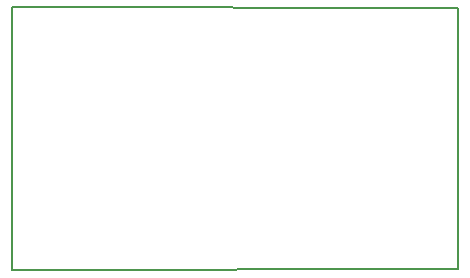
<source format=gbr>
G04 #@! TF.GenerationSoftware,KiCad,Pcbnew,5.0.0-rc2-unknown-a288d61~65~ubuntu18.04.1*
G04 #@! TF.CreationDate,2018-06-25T15:59:09+02:00*
G04 #@! TF.ProjectId,STM32_Sensor,53544D33325F53656E736F722E6B6963,rev?*
G04 #@! TF.SameCoordinates,Original*
G04 #@! TF.FileFunction,Profile,NP*
%FSLAX46Y46*%
G04 Gerber Fmt 4.6, Leading zero omitted, Abs format (unit mm)*
G04 Created by KiCad (PCBNEW 5.0.0-rc2-unknown-a288d61~65~ubuntu18.04.1) date Mon Jun 25 15:59:09 2018*
%MOMM*%
%LPD*%
G01*
G04 APERTURE LIST*
%ADD10C,0.150000*%
G04 APERTURE END LIST*
D10*
X144780000Y-100584000D02*
X144780000Y-100838000D01*
X107000000Y-101000000D02*
X144780000Y-100838000D01*
X107000000Y-78700000D02*
X107000000Y-101000000D01*
X144780000Y-78740000D02*
X107000000Y-78700000D01*
X144780000Y-100584000D02*
X144780000Y-78740000D01*
M02*

</source>
